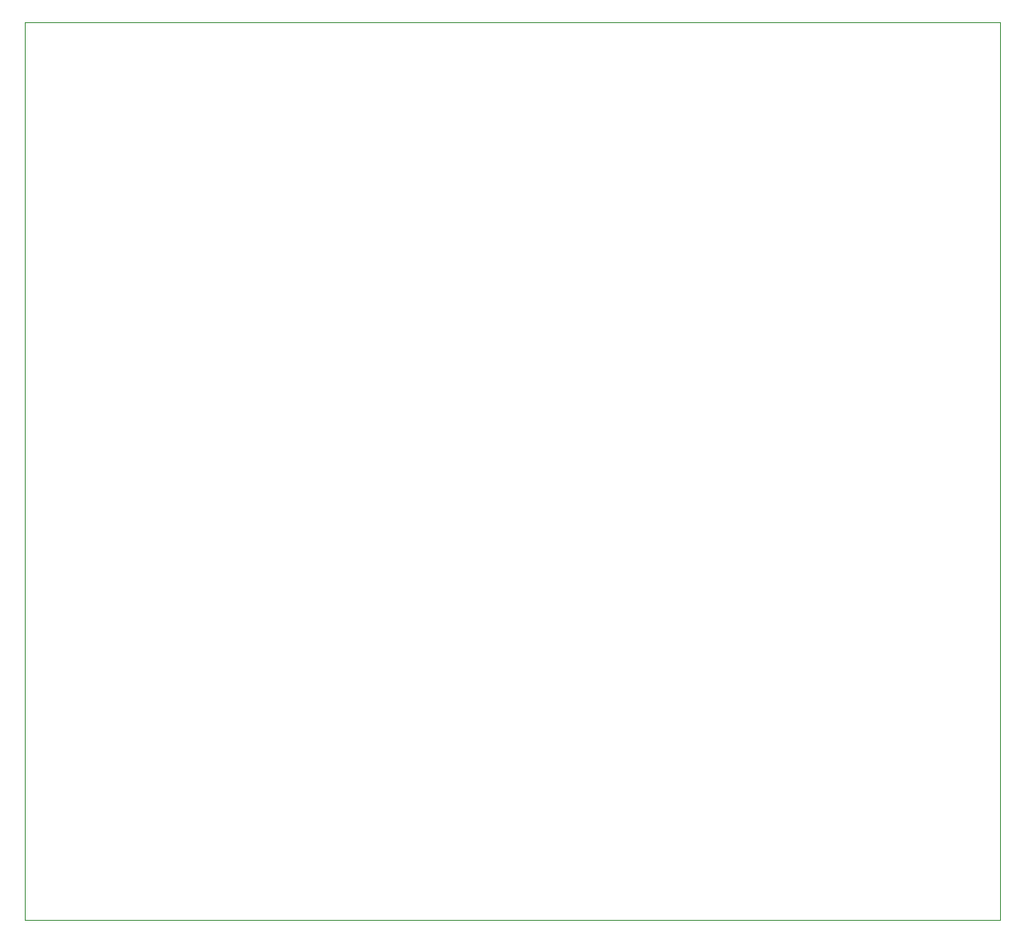
<source format=gbr>
%TF.GenerationSoftware,KiCad,Pcbnew,(5.1.6)-1*%
%TF.CreationDate,2020-10-23T19:33:20-04:00*%
%TF.ProjectId,ECE477,45434534-3737-42e6-9b69-6361645f7063,rev?*%
%TF.SameCoordinates,Original*%
%TF.FileFunction,Profile,NP*%
%FSLAX46Y46*%
G04 Gerber Fmt 4.6, Leading zero omitted, Abs format (unit mm)*
G04 Created by KiCad (PCBNEW (5.1.6)-1) date 2020-10-23 19:33:20*
%MOMM*%
%LPD*%
G01*
G04 APERTURE LIST*
%TA.AperFunction,Profile*%
%ADD10C,0.050000*%
%TD*%
G04 APERTURE END LIST*
D10*
X248920000Y-137160000D02*
X241300000Y-137160000D01*
X248920000Y-48260000D02*
X248920000Y-137160000D01*
X241300000Y-48260000D02*
X248920000Y-48260000D01*
X152400000Y-137160000D02*
X165100000Y-137160000D01*
X152400000Y-48260000D02*
X152400000Y-137160000D01*
X168910000Y-48260000D02*
X152400000Y-48260000D01*
X241300000Y-48260000D02*
X168910000Y-48260000D01*
X241300000Y-137160000D02*
X236220000Y-137160000D01*
X176530000Y-137160000D02*
X236220000Y-137160000D01*
X165100000Y-137160000D02*
X176530000Y-137160000D01*
M02*

</source>
